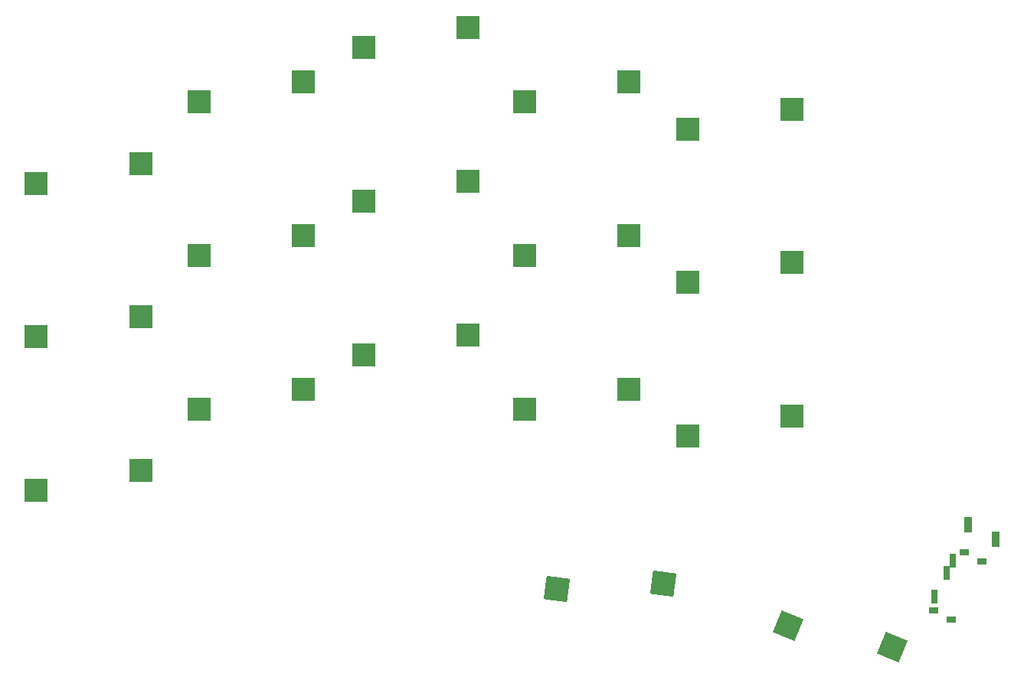
<source format=gbr>
%TF.GenerationSoftware,KiCad,Pcbnew,(6.0.8)*%
%TF.CreationDate,2022-12-27T02:43:28+02:00*%
%TF.ProjectId,lazy_ferris-rounded_final,6c617a79-5f66-4657-9272-69732d726f75,v1.0.0*%
%TF.SameCoordinates,Original*%
%TF.FileFunction,Paste,Top*%
%TF.FilePolarity,Positive*%
%FSLAX46Y46*%
G04 Gerber Fmt 4.6, Leading zero omitted, Abs format (unit mm)*
G04 Created by KiCad (PCBNEW (6.0.8)) date 2022-12-27 02:43:28*
%MOMM*%
%LPD*%
G01*
G04 APERTURE LIST*
G04 Aperture macros list*
%AMRotRect*
0 Rectangle, with rotation*
0 The origin of the aperture is its center*
0 $1 length*
0 $2 width*
0 $3 Rotation angle, in degrees counterclockwise*
0 Add horizontal line*
21,1,$1,$2,0,0,$3*%
G04 Aperture macros list end*
%ADD10R,1.000000X0.800000*%
%ADD11R,0.700000X1.500000*%
%ADD12R,2.600000X2.600000*%
%ADD13RotRect,2.600000X2.600000X352.500000*%
%ADD14R,0.900000X1.700000*%
%ADD15RotRect,2.600000X2.600000X337.500000*%
G04 APERTURE END LIST*
D10*
%TO.C,*%
X112295837Y-3070963D03*
X108925072Y-9546142D03*
X114256131Y-4091427D03*
X110885366Y-10566606D03*
D11*
X108994963Y-8004190D03*
X110380209Y-5343157D03*
X111072832Y-4012641D03*
%TD*%
D12*
%TO.C,S11*%
X39275000Y48950000D03*
X27725000Y46750000D03*
%TD*%
%TO.C,S1*%
X21275000Y5950000D03*
X9725000Y3750000D03*
%TD*%
D13*
%TO.C,S31*%
X79023613Y-6528376D03*
X67285267Y-7201978D03*
%TD*%
D12*
%TO.C,S5*%
X21275000Y39950000D03*
X9725000Y37750000D03*
%TD*%
D14*
%TO.C,*%
X115759624Y-1639814D03*
X112743788Y-69868D03*
%TD*%
D12*
%TO.C,S7*%
X39275000Y14950000D03*
X27725000Y12750000D03*
%TD*%
%TO.C,S9*%
X39275000Y31950000D03*
X27725000Y29750000D03*
%TD*%
%TO.C,S3*%
X21275000Y22950000D03*
X9725000Y20750000D03*
%TD*%
%TO.C,S15*%
X57475000Y37950000D03*
X45925000Y35750000D03*
%TD*%
%TO.C,S23*%
X75275000Y48950000D03*
X63725000Y46750000D03*
%TD*%
%TO.C,S25*%
X93275000Y11950000D03*
X81725000Y9750000D03*
%TD*%
%TO.C,S13*%
X57475000Y20950000D03*
X45925000Y18750000D03*
%TD*%
%TO.C,S17*%
X57475000Y54950000D03*
X45925000Y52750000D03*
%TD*%
%TO.C,S21*%
X75275000Y31950000D03*
X63725000Y29750000D03*
%TD*%
%TO.C,S29*%
X93275000Y45950000D03*
X81725000Y43750000D03*
%TD*%
%TO.C,S19*%
X75275000Y14950000D03*
X63725000Y12750000D03*
%TD*%
%TO.C,S27*%
X93275000Y28950000D03*
X81725000Y26750000D03*
%TD*%
D15*
%TO.C,S33*%
X104397587Y-13604330D03*
X92884875Y-11216871D03*
%TD*%
M02*

</source>
